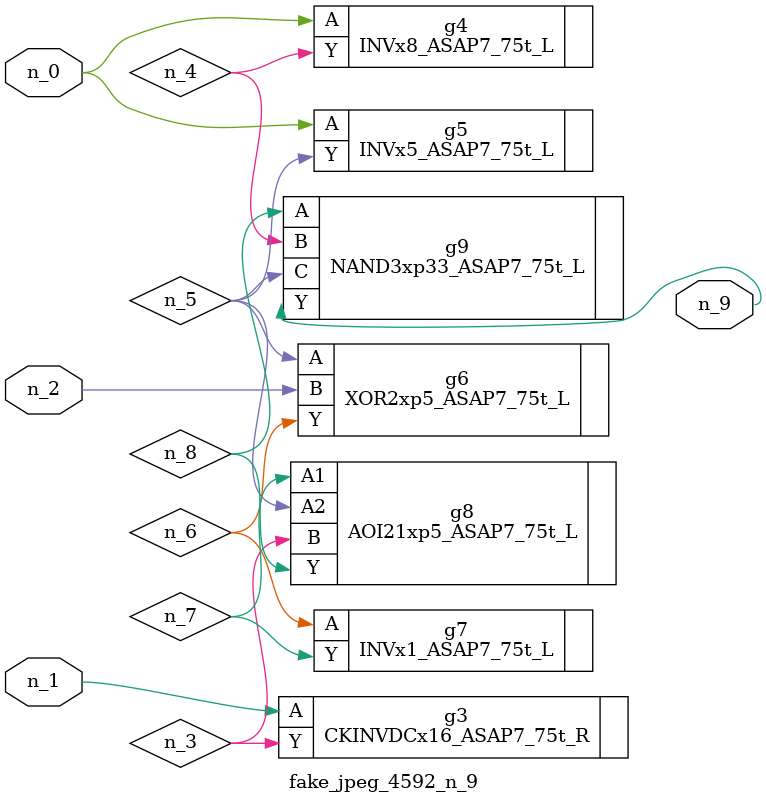
<source format=v>
module fake_jpeg_4592_n_9 (n_0, n_2, n_1, n_9);

input n_0;
input n_2;
input n_1;

output n_9;

wire n_3;
wire n_4;
wire n_8;
wire n_6;
wire n_5;
wire n_7;

CKINVDCx16_ASAP7_75t_R g3 ( 
.A(n_1),
.Y(n_3)
);

INVx8_ASAP7_75t_L g4 ( 
.A(n_0),
.Y(n_4)
);

INVx5_ASAP7_75t_L g5 ( 
.A(n_0),
.Y(n_5)
);

XOR2xp5_ASAP7_75t_L g6 ( 
.A(n_5),
.B(n_2),
.Y(n_6)
);

INVx1_ASAP7_75t_L g7 ( 
.A(n_6),
.Y(n_7)
);

AOI21xp5_ASAP7_75t_L g8 ( 
.A1(n_7),
.A2(n_5),
.B(n_3),
.Y(n_8)
);

NAND3xp33_ASAP7_75t_L g9 ( 
.A(n_8),
.B(n_4),
.C(n_5),
.Y(n_9)
);


endmodule
</source>
